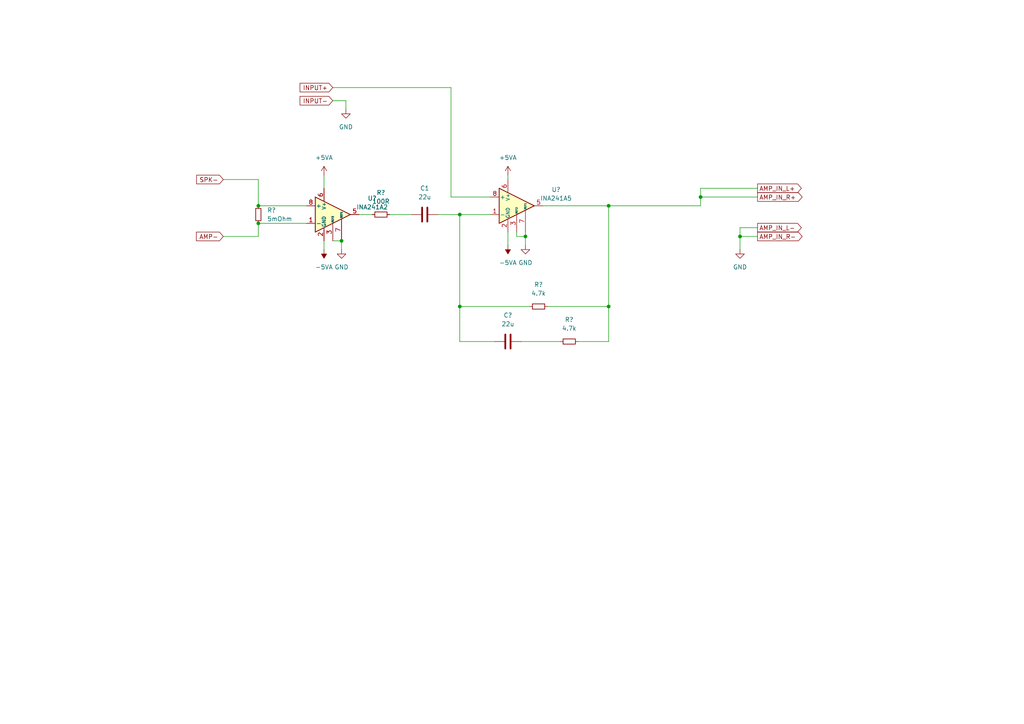
<source format=kicad_sch>
(kicad_sch (version 20230121) (generator eeschema)
  (paper "A4")
  (lib_symbols
    (symbol "Amplifier_Current:INA240A1D" (pin_names (offset 0.127))
      (property "Reference" "U" (at 3.81 3.81 0))
      (property "Value" "INA240A1D" (at 3.81 -2.54 0))
      (symbol "INA240A1D_0_1"
        (polyline (pts (xy 5.08 0) (xy -5.08 5.08) (xy -5.08 -5.08) (xy 5.08 0)) (stroke (width 0.254)) (fill (type background)))
      )
      (symbol "INA240A1D_1_1"
        (pin input line (at -7.62 -2.54 0) (length 2.54) (name "-") (number "1"))
        (pin power_in line (at -2.54 -7.62 90) (length 3.81) (name "GND") (number "2"))
        (pin passive line (at 0 -7.62 90) (length 5.08) (name "REF2") (number "3"))
        (pin passive line (at -2.54 -7.62 90) (length 3.81) hide (name "GND") (number "4"))
        (pin output line (at 7.62 0 180) (length 2.54) (name "~") (number "5"))
        (pin power_in line (at -2.54 7.62 270) (length 3.81) (name "V+") (number "6"))
        (pin passive line (at 2.54 -7.62 90) (length 6.35) (name "REF1") (number "7"))
        (pin input line (at -7.62 2.54 0) (length 2.54) (name "+") (number "8"))
      )
    )
    (symbol "Device:C" (pin_numbers hide) (pin_names (offset 0.254))
      (property "Reference" "C" (at 0.635 2.54 0))
      (property "Value" "C" (at 0.635 -2.54 0))
      (symbol "C_0_1"
        (polyline (pts (xy -2.032 -0.762) (xy 2.032 -0.762)) (stroke (width 0.508)))
        (polyline (pts (xy -2.032 0.762) (xy 2.032 0.762)) (stroke (width 0.508)))
      )
      (symbol "C_1_1"
        (pin passive line (at 0 3.81 270) (length 2.794) (name "~") (number "1"))
        (pin passive line (at 0 -3.81 90) (length 2.794) (name "~") (number "2"))
      )
    )
    (symbol "Device:R_Small" (pin_numbers hide) (pin_names (offset 0.254) hide)
      (property "Reference" "R" (at 0.762 0.508 0))
      (property "Value" "R_Small" (at 0.762 -1.016 0))
      (symbol "R_Small_0_1"
        (rectangle (start -0.762 1.778) (end 0.762 -1.778) (stroke (width 0.2032)))
      )
      (symbol "R_Small_1_1"
        (pin passive line (at 0 2.54 270) (length 0.762) (name "~") (number "1"))
        (pin passive line (at 0 -2.54 90) (length 0.762) (name "~") (number "2"))
      )
    )
    (symbol "power:+5VA" (power) (pin_names (offset 0))
      (property "Value" "+5VA" (at 0 3.556 0))
      (symbol "+5VA_0_1"
        (polyline (pts (xy -0.762 1.27) (xy 0 2.54)))
        (polyline (pts (xy 0 0) (xy 0 2.54)))
        (polyline (pts (xy 0 2.54) (xy 0.762 1.27)))
      )
      (symbol "+5VA_1_1"
        (pin power_in line (at 0 0 90) (length 0) hide (name "+5VA") (number "1"))
      )
    )
    (symbol "power:-5VA" (power) (pin_names (offset 0))
      (property "Value" "-5VA" (at 0 3.81 0))
      (symbol "-5VA_0_0"
        (pin power_in line (at 0 0 90) (length 0) hide (name "-5VA") (number "1"))
      )
      (symbol "-5VA_0_1"
        (polyline (pts (xy 0 0) (xy 0 1.27) (xy 0.762 1.27) (xy 0 2.54) (xy -0.762 1.27) (xy 0 1.27)) (fill (type outline)))
      )
    )
    (symbol "power:GND" (power) (pin_names (offset 0))
      (property "Value" "GND" (at 0 -3.81 0))
      (symbol "GND_0_1"
        (polyline (pts (xy 0 0) (xy 0 -1.27) (xy 1.27 -1.27) (xy 0 -2.54) (xy -1.27 -1.27) (xy 0 -1.27)))
      )
      (symbol "GND_1_1"
        (pin power_in line (at 0 0 270) (length 0) hide (name "GND") (number "1"))
      )
    )
  )
  (junction (at 203.2 57.15))
  (junction (at 176.53 88.9))
  (junction (at 133.35 88.9))
  (junction (at 74.93 59.69))
  (junction (at 74.93 64.77))
  (junction (at 99.06 69.85))
  (junction (at 133.35 62.23))
  (junction (at 152.4 68.58))
  (junction (at 214.63 68.58))
  (junction (at 176.53 59.69))
  (wire (pts (xy 133.35 62.23) (xy 142.24 62.23)))
  (wire (pts (xy 176.53 59.69) (xy 176.53 88.9)))
  (wire (pts (xy 219.71 66.04) (xy 214.63 66.04)))
  (wire (pts (xy 176.53 99.06) (xy 167.64 99.06)))
  (wire (pts (xy 203.2 59.69) (xy 203.2 57.15)))
  (wire (pts (xy 113.03 62.23) (xy 119.38 62.23)))
  (wire (pts (xy 149.86 67.31) (xy 149.86 68.58)))
  (wire (pts (xy 64.77 52.07) (xy 74.93 52.07)))
  (wire (pts (xy 203.2 57.15) (xy 203.2 54.61)))
  (wire (pts (xy 104.14 62.23) (xy 107.95 62.23)))
  (wire (pts (xy 100.33 29.21) (xy 100.33 31.75)))
  (wire (pts (xy 176.53 88.9) (xy 176.53 99.06)))
  (wire (pts (xy 74.93 68.58) (xy 74.93 64.77)))
  (wire (pts (xy 153.67 88.9) (xy 133.35 88.9)))
  (wire (pts (xy 74.93 59.69) (xy 88.9 59.69)))
  (wire (pts (xy 133.35 88.9) (xy 133.35 62.23)))
  (wire (pts (xy 152.4 68.58) (xy 152.4 71.12)))
  (wire (pts (xy 147.32 71.12) (xy 147.32 67.31)))
  (wire (pts (xy 157.48 59.69) (xy 176.53 59.69)))
  (wire (pts (xy 143.51 99.06) (xy 133.35 99.06)))
  (wire (pts (xy 93.98 72.39) (xy 93.98 69.85)))
  (wire (pts (xy 203.2 57.15) (xy 219.71 57.15)))
  (wire (pts (xy 214.63 68.58) (xy 214.63 72.39)))
  (wire (pts (xy 74.93 64.77) (xy 88.9 64.77)))
  (wire (pts (xy 176.53 59.69) (xy 203.2 59.69)))
  (wire (pts (xy 99.06 69.85) (xy 99.06 72.39)))
  (wire (pts (xy 96.52 69.85) (xy 99.06 69.85)))
  (wire (pts (xy 130.81 57.15) (xy 130.81 25.4)))
  (wire (pts (xy 158.75 88.9) (xy 176.53 88.9)))
  (wire (pts (xy 96.52 29.21) (xy 100.33 29.21)))
  (wire (pts (xy 74.93 52.07) (xy 74.93 59.69)))
  (wire (pts (xy 152.4 68.58) (xy 152.4 67.31)))
  (wire (pts (xy 64.77 68.58) (xy 74.93 68.58)))
  (wire (pts (xy 203.2 54.61) (xy 219.71 54.61)))
  (wire (pts (xy 142.24 57.15) (xy 130.81 57.15)))
  (wire (pts (xy 93.98 50.8) (xy 93.98 54.61)))
  (wire (pts (xy 214.63 68.58) (xy 219.71 68.58)))
  (wire (pts (xy 147.32 50.8) (xy 147.32 52.07)))
  (wire (pts (xy 214.63 66.04) (xy 214.63 68.58)))
  (wire (pts (xy 127 62.23) (xy 133.35 62.23)))
  (wire (pts (xy 96.52 25.4) (xy 130.81 25.4)))
  (wire (pts (xy 151.13 99.06) (xy 162.56 99.06)))
  (wire (pts (xy 133.35 99.06) (xy 133.35 88.9)))
  (wire (pts (xy 149.86 68.58) (xy 152.4 68.58)))
  (global_label "AMP_IN_L-" (shape output) (at 219.71 66.04 0) (property "Intersheetrefs" "${INTERSHEET_REFS}" (effects hide)))
  (global_label "INPUT+" (shape input) (at 96.52 25.4 180) (property "Intersheetrefs" "${INTERSHEET_REFS}" (effects hide)))
  (global_label "INPUT-" (shape input) (at 96.52 29.21 180) (property "Intersheetrefs" "${INTERSHEET_REFS}" (effects hide)))
  (global_label "AMP_IN_L+" (shape output) (at 219.71 54.61 0) (property "Intersheetrefs" "${INTERSHEET_REFS}" (effects hide)))
  (global_label "AMP-" (shape input) (at 64.77 68.58 180) (property "Intersheetrefs" "${INTERSHEET_REFS}" (effects hide)))
  (global_label "SPK-" (shape input) (at 64.77 52.07 180) (property "Intersheetrefs" "${INTERSHEET_REFS}" (effects hide)))
  (global_label "AMP_IN_R-" (shape output) (at 219.71 68.58 0) (property "Intersheetrefs" "${INTERSHEET_REFS}" (effects hide)))
  (global_label "AMP_IN_R+" (shape output) (at 219.71 57.15 0) (property "Intersheetrefs" "${INTERSHEET_REFS}" (effects hide)))
  (symbol (lib_id "Amplifier_Current:INA240A1D") (at 96.52 62.23 0) (unit 1)
    (property "Reference" "U?" (at 107.95 57.531 0))
    (property "Value" "INA241A2" (at 107.95 60.071 0))
    (property "Footprint" "Package_SO:SOIC-8_3.9x4.9mm_P1.27mm" (effects hide))
    (property "Datasheet" "http://www.ti.com/lit/ds/symlink/ina240.pdf" (effects hide))
  )
  (symbol (lib_id "power:GND") (at 214.63 72.39 0) (unit 1)
    (property "Reference" "#PWR?" (effects hide))
    (property "Value" "GND" (at 214.63 77.47 0))
  )
  (symbol (lib_id "power:+5VA") (at 93.98 50.8 0) (unit 1)
    (property "Reference" "#PWR?" (effects hide))
    (property "Value" "+5VA" (at 93.98 45.72 0))
  )
  (symbol (lib_id "power:-5VA") (at 147.32 71.12 180) (unit 1)
    (property "Reference" "#PWR?" (effects hide))
    (property "Value" "-5VA" (at 147.32 76.2 0))
  )
  (symbol (lib_id "power:+5VA") (at 147.32 50.8 0) (unit 1)
    (property "Reference" "#PWR?" (effects hide))
    (property "Value" "+5VA" (at 147.32 45.72 0))
  )
  (symbol (lib_id "power:GND") (at 152.4 71.12 0) (unit 1)
    (property "Reference" "#PWR?" (effects hide))
    (property "Value" "GND" (at 152.4 76.2 0))
  )
  (symbol (lib_id "Device:R_Small") (at 156.21 88.9 90) (unit 1)
    (property "Reference" "R?" (at 156.21 82.55 90))
    (property "Value" "4.7k" (at 156.21 85.09 90))
    (property "Footprint" "Resistor_SMD:R_2512_6332Metric" (effects hide))
  )
  (symbol (lib_id "Device:R_Small") (at 110.49 62.23 90) (unit 1)
    (property "Reference" "R?" (at 110.49 55.88 90))
    (property "Value" "100R" (at 110.49 58.42 90))
    (property "Footprint" "Resistor_SMD:R_2512_6332Metric" (effects hide))
  )
  (symbol (lib_id "Device:C") (at 147.32 99.06 90) (unit 1)
    (property "Reference" "C?" (at 147.32 91.44 90))
    (property "Value" "22u" (at 147.32 93.98 90))
  )
  (symbol (lib_id "Device:R_Small") (at 74.93 62.23 180) (unit 1)
    (property "Reference" "R?" (at 77.47 60.9599 0) (effects (justify right)))
    (property "Value" "5mOhm" (at 77.47 63.4999 0) (effects (justify right)))
    (property "Footprint" "Resistor_SMD:R_2512_6332Metric" (effects hide))
  )
  (symbol (lib_id "power:GND") (at 99.06 72.39 0) (unit 1)
    (property "Reference" "#PWR?" (effects hide))
    (property "Value" "GND" (at 99.06 77.47 0))
  )
  (symbol (lib_id "Amplifier_Current:INA240A1D") (at 149.86 59.69 0) (unit 1)
    (property "Reference" "U?" (at 161.29 54.991 0))
    (property "Value" "INA241A5" (at 161.29 57.531 0))
    (property "Footprint" "Package_SO:SOIC-8_3.9x4.9mm_P1.27mm" (effects hide))
    (property "Datasheet" "http://www.ti.com/lit/ds/symlink/ina240.pdf" (effects hide))
  )
  (symbol (lib_id "power:GND") (at 100.33 31.75 0) (unit 1)
    (property "Reference" "#PWR?" (effects hide))
    (property "Value" "GND" (at 100.33 36.83 0))
  )
  (symbol (lib_id "Device:R_Small") (at 165.1 99.06 90) (unit 1)
    (property "Reference" "R?" (at 165.1 92.71 90))
    (property "Value" "4.7k" (at 165.1 95.25 90))
    (property "Footprint" "Resistor_SMD:R_2512_6332Metric" (effects hide))
  )
  (symbol (lib_id "Device:C") (at 123.19 62.23 90) (unit 1)
    (property "Reference" "C1" (at 123.19 54.61 90))
    (property "Value" "22u" (at 123.19 57.15 90))
  )
  (symbol (lib_id "power:-5VA") (at 93.98 72.39 180) (unit 1)
    (property "Reference" "#PWR?" (effects hide))
    (property "Value" "-5VA" (at 93.98 77.47 0))
  )
)
</source>
